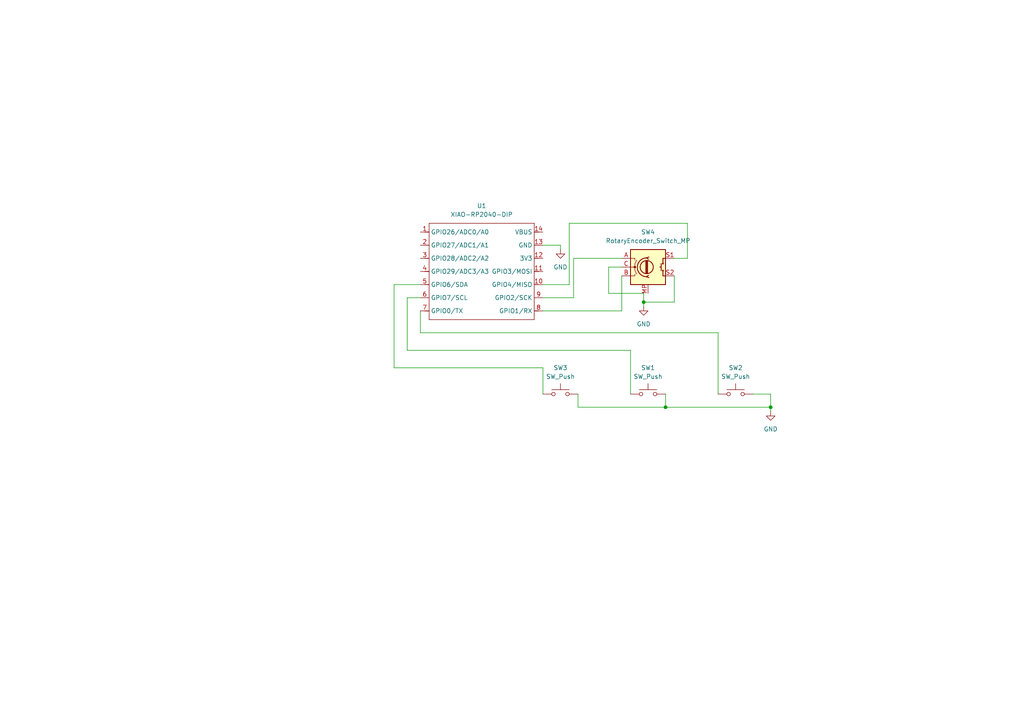
<source format=kicad_sch>
(kicad_sch (version 20250114) (generator "eeschema") (generator_version "9.0")
  (paper "A4")
  (lib_symbols
    (symbol "Device:RotaryEncoder_Switch_MP" (pin_names (offset 0.254) (hide yes))
      (property "Reference" "SW" (at 0 8.89 0))
      (property "Value" "RotaryEncoder_Switch_MP" (at 0 6.35 0))
      (symbol "RotaryEncoder_Switch_MP_0_1"
        (rectangle (start -5.08 5.08) (end 5.08 -5.08) (stroke (width 0.254)) (fill (type background)))
        (polyline (pts (xy -5.08 2.54) (xy -3.81 2.54) (xy -3.81 2.032)))
        (polyline (pts (xy -5.08 0) (xy -3.81 0) (xy -3.81 -1.016) (xy -3.302 -2.032)))
        (polyline (pts (xy -5.08 -2.54) (xy -3.81 -2.54) (xy -3.81 -2.032)))
        (polyline (pts (xy -4.318 0) (xy -3.81 0) (xy -3.81 1.016) (xy -3.302 2.032)))
        (circle (center -3.81 0) (radius 0.254) (fill (type outline)))
        (polyline (pts (xy -0.635 -1.778) (xy -0.635 1.778)) (stroke (width 0.254)))
        (circle (center -0.381 0) (radius 1.905) (stroke (width 0.254)))
        (polyline (pts (xy -0.381 -1.778) (xy -0.381 1.778)) (stroke (width 0.254)))
        (arc (start -0.381 -2.794) (mid -3.0988 -0.0635) (end -0.381 2.667) (stroke (width 0.254)))
        (polyline (pts (xy -0.127 1.778) (xy -0.127 -1.778)) (stroke (width 0.254)))
        (polyline (pts (xy 0.254 2.921) (xy -0.508 2.667) (xy 0.127 2.286)) (stroke (width 0.254)))
        (polyline (pts (xy 0.254 -3.048) (xy -0.508 -2.794) (xy 0.127 -2.413)) (stroke (width 0.254)))
        (polyline (pts (xy 3.81 1.016) (xy 3.81 -1.016)) (stroke (width 0.254)))
        (polyline (pts (xy 3.81 0) (xy 3.429 0)) (stroke (width 0.254)))
        (circle (center 4.318 1.016) (radius 0.127) (stroke (width 0.254)))
        (circle (center 4.318 -1.016) (radius 0.127) (stroke (width 0.254)))
        (polyline (pts (xy 5.08 2.54) (xy 4.318 2.54) (xy 4.318 1.016)) (stroke (width 0.254)))
        (polyline (pts (xy 5.08 -2.54) (xy 4.318 -2.54) (xy 4.318 -1.016)) (stroke (width 0.254)))
      )
      (symbol "RotaryEncoder_Switch_MP_1_1"
        (pin passive line (at -7.62 2.54 0) (length 2.54) (name "A") (number "A"))
        (pin passive line (at -7.62 0 0) (length 2.54) (name "C") (number "C"))
        (pin passive line (at -7.62 -2.54 0) (length 2.54) (name "B") (number "B"))
        (pin passive line (at 0 -7.62 90) (length 2.54) (name "MP") (number "MP"))
        (pin passive line (at 7.62 2.54 180) (length 2.54) (name "S1") (number "S1"))
        (pin passive line (at 7.62 -2.54 180) (length 2.54) (name "S2") (number "S2"))
      )
    )
    (symbol "OPL:XIAO-RP2040-DIP"
      (property "Reference" "U" (at 0 0 0))
      (property "Value" "XIAO-RP2040-DIP" (at 5.334 -1.778 0))
      (symbol "XIAO-RP2040-DIP_1_0"
        (polyline (pts (xy -1.27 -2.54) (xy 29.21 -2.54)) (stroke (width 0.1524)))
        (polyline (pts (xy -1.27 -5.08) (xy -2.54 -5.08)) (stroke (width 0.1524)))
        (polyline (pts (xy -1.27 -5.08) (xy -1.27 -2.54)) (stroke (width 0.1524)))
        (polyline (pts (xy -1.27 -8.89) (xy -2.54 -8.89)) (stroke (width 0.1524)))
        (polyline (pts (xy -1.27 -8.89) (xy -1.27 -5.08)) (stroke (width 0.1524)))
        (polyline (pts (xy -1.27 -12.7) (xy -2.54 -12.7)) (stroke (width 0.1524)))
        (polyline (pts (xy -1.27 -12.7) (xy -1.27 -8.89)) (stroke (width 0.1524)))
        (polyline (pts (xy -1.27 -16.51) (xy -2.54 -16.51)) (stroke (width 0.1524)))
        (polyline (pts (xy -1.27 -16.51) (xy -1.27 -12.7)) (stroke (width 0.1524)))
        (polyline (pts (xy -1.27 -20.32) (xy -2.54 -20.32)) (stroke (width 0.1524)))
        (polyline (pts (xy -1.27 -24.13) (xy -2.54 -24.13)) (stroke (width 0.1524)))
        (polyline (pts (xy -1.27 -27.94) (xy -2.54 -27.94)) (stroke (width 0.1524)))
        (polyline (pts (xy -1.27 -30.48) (xy -1.27 -16.51)) (stroke (width 0.1524)))
        (polyline (pts (xy 29.21 -2.54) (xy 29.21 -5.08)) (stroke (width 0.1524)))
        (polyline (pts (xy 29.21 -5.08) (xy 29.21 -8.89)) (stroke (width 0.1524)))
        (polyline (pts (xy 29.21 -8.89) (xy 29.21 -12.7)) (stroke (width 0.1524)))
        (polyline (pts (xy 29.21 -12.7) (xy 29.21 -30.48)) (stroke (width 0.1524)))
        (polyline (pts (xy 29.21 -30.48) (xy -1.27 -30.48)) (stroke (width 0.1524)))
        (polyline (pts (xy 30.48 -5.08) (xy 29.21 -5.08)) (stroke (width 0.1524)))
        (polyline (pts (xy 30.48 -8.89) (xy 29.21 -8.89)) (stroke (width 0.1524)))
        (polyline (pts (xy 30.48 -12.7) (xy 29.21 -12.7)) (stroke (width 0.1524)))
        (polyline (pts (xy 30.48 -16.51) (xy 29.21 -16.51)) (stroke (width 0.1524)))
        (polyline (pts (xy 30.48 -20.32) (xy 29.21 -20.32)) (stroke (width 0.1524)))
        (polyline (pts (xy 30.48 -24.13) (xy 29.21 -24.13)) (stroke (width 0.1524)))
        (polyline (pts (xy 30.48 -27.94) (xy 29.21 -27.94)) (stroke (width 0.1524)))
        (pin passive line (at -3.81 -5.08 0) (length 2.54) (name "GPIO26/ADC0/A0") (number "1"))
        (pin passive line (at -3.81 -8.89 0) (length 2.54) (name "GPIO27/ADC1/A1") (number "2"))
        (pin passive line (at -3.81 -12.7 0) (length 2.54) (name "GPIO28/ADC2/A2") (number "3"))
        (pin passive line (at -3.81 -16.51 0) (length 2.54) (name "GPIO29/ADC3/A3") (number "4"))
        (pin passive line (at -3.81 -20.32 0) (length 2.54) (name "GPIO6/SDA") (number "5"))
        (pin passive line (at -3.81 -24.13 0) (length 2.54) (name "GPIO7/SCL") (number "6"))
        (pin passive line (at -3.81 -27.94 0) (length 2.54) (name "GPIO0/TX") (number "7"))
        (pin passive line (at 31.75 -5.08 180) (length 2.54) (name "VBUS") (number "14"))
        (pin passive line (at 31.75 -8.89 180) (length 2.54) (name "GND") (number "13"))
        (pin passive line (at 31.75 -12.7 180) (length 2.54) (name "3V3") (number "12"))
        (pin passive line (at 31.75 -16.51 180) (length 2.54) (name "GPIO3/MOSI") (number "11"))
        (pin passive line (at 31.75 -20.32 180) (length 2.54) (name "GPIO4/MISO") (number "10"))
        (pin passive line (at 31.75 -24.13 180) (length 2.54) (name "GPIO2/SCK") (number "9"))
        (pin passive line (at 31.75 -27.94 180) (length 2.54) (name "GPIO1/RX") (number "8"))
      )
    )
    (symbol "Switch:SW_Push" (pin_numbers (hide yes)) (pin_names (offset 1.016) (hide yes))
      (property "Reference" "SW" (at 1.27 2.54 0))
      (property "Value" "SW_Push" (at 0 -1.524 0))
      (symbol "SW_Push_0_1"
        (circle (center -2.032 0) (radius 0.508))
        (polyline (pts (xy 0 1.27) (xy 0 3.048)))
        (circle (center 2.032 0) (radius 0.508))
        (polyline (pts (xy 2.54 1.27) (xy -2.54 1.27)))
        (pin passive line (at -5.08 0 0) (length 2.54) (name "1") (number "1"))
        (pin passive line (at 5.08 0 180) (length 2.54) (name "2") (number "2"))
      )
    )
    (symbol "power:GND" (power) (pin_numbers (hide yes)) (pin_names (offset 0) (hide yes))
      (property "Value" "GND" (at 0 -3.81 0))
      (symbol "GND_0_1"
        (polyline (pts (xy 0 0) (xy 0 -1.27) (xy 1.27 -1.27) (xy 0 -2.54) (xy -1.27 -1.27) (xy 0 -1.27)))
      )
      (symbol "GND_1_1"
        (pin power_in line (at 0 0 270) (length 0) (name "~") (number "1"))
      )
    )
  )
  (junction (at 186.69 87.63))
  (junction (at 193.04 118.11))
  (junction (at 223.52 118.11))
  (wire (pts (xy 176.53 85.09) (xy 186.69 85.09)))
  (wire (pts (xy 182.88 101.6) (xy 182.88 114.3)))
  (wire (pts (xy 118.11 101.6) (xy 182.88 101.6)))
  (wire (pts (xy 193.04 118.11) (xy 223.52 118.11)))
  (wire (pts (xy 199.39 74.93) (xy 195.58 74.93)))
  (wire (pts (xy 157.48 90.17) (xy 180.34 90.17)))
  (wire (pts (xy 199.39 64.77) (xy 199.39 74.93)))
  (wire (pts (xy 114.3 82.55) (xy 114.3 106.68)))
  (wire (pts (xy 157.48 71.12) (xy 162.56 71.12)))
  (wire (pts (xy 121.92 82.55) (xy 114.3 82.55)))
  (wire (pts (xy 223.52 118.11) (xy 223.52 119.38)))
  (wire (pts (xy 157.48 106.68) (xy 157.48 114.3)))
  (wire (pts (xy 195.58 80.01) (xy 195.58 87.63)))
  (wire (pts (xy 167.64 118.11) (xy 193.04 118.11)))
  (wire (pts (xy 157.48 86.36) (xy 166.37 86.36)))
  (wire (pts (xy 180.34 90.17) (xy 180.34 80.01)))
  (wire (pts (xy 121.92 86.36) (xy 118.11 86.36)))
  (wire (pts (xy 114.3 106.68) (xy 157.48 106.68)))
  (wire (pts (xy 208.28 96.52) (xy 208.28 114.3)))
  (wire (pts (xy 195.58 87.63) (xy 186.69 87.63)))
  (wire (pts (xy 118.11 86.36) (xy 118.11 101.6)))
  (wire (pts (xy 157.48 82.55) (xy 165.1 82.55)))
  (wire (pts (xy 162.56 71.12) (xy 162.56 72.39)))
  (wire (pts (xy 223.52 114.3) (xy 223.52 118.11)))
  (wire (pts (xy 180.34 77.47) (xy 176.53 77.47)))
  (wire (pts (xy 186.69 85.09) (xy 186.69 87.63)))
  (wire (pts (xy 186.69 87.63) (xy 186.69 88.9)))
  (wire (pts (xy 193.04 114.3) (xy 193.04 118.11)))
  (wire (pts (xy 167.64 114.3) (xy 167.64 118.11)))
  (wire (pts (xy 166.37 74.93) (xy 180.34 74.93)))
  (wire (pts (xy 166.37 86.36) (xy 166.37 74.93)))
  (wire (pts (xy 218.44 114.3) (xy 223.52 114.3)))
  (wire (pts (xy 121.92 90.17) (xy 121.92 96.52)))
  (wire (pts (xy 165.1 64.77) (xy 199.39 64.77)))
  (wire (pts (xy 176.53 77.47) (xy 176.53 85.09)))
  (wire (pts (xy 121.92 96.52) (xy 208.28 96.52)))
  (wire (pts (xy 165.1 82.55) (xy 165.1 64.77)))
  (symbol (lib_id "Switch:SW_Push") (at 213.36 114.3 0) (unit 1)
    (property "Reference" "SW2" (at 213.36 106.68 0))
    (property "Value" "SW_Push" (at 213.36 109.22 0))
    (property "Footprint" "Button_Switch_Keyboard:SW_Cherry_MX_1.00u_PCB" (effects (hide yes)))
    (property "Description" "Push button switch, generic, two pins" (effects (hide yes)))
  )
  (symbol (lib_id "Switch:SW_Push") (at 162.56 114.3 0) (unit 1)
    (property "Reference" "SW3" (at 162.56 106.68 0))
    (property "Value" "SW_Push" (at 162.56 109.22 0))
    (property "Footprint" "Button_Switch_Keyboard:SW_Cherry_MX_1.00u_PCB" (effects (hide yes)))
    (property "Description" "Push button switch, generic, two pins" (effects (hide yes)))
  )
  (symbol (lib_id "power:GND") (at 186.69 88.9 0) (unit 1)
    (property "Reference" "#PWR02" (effects (hide yes)))
    (property "Value" "GND" (at 186.69 93.98 0))
    (property "Description" "Power symbol creates a global label with name \"GND\" , ground" (effects (hide yes)))
  )
  (symbol (lib_id "Switch:SW_Push") (at 187.96 114.3 0) (unit 1)
    (property "Reference" "SW1" (at 187.96 106.68 0))
    (property "Value" "SW_Push" (at 187.96 109.22 0))
    (property "Footprint" "Button_Switch_Keyboard:SW_Cherry_MX_1.00u_PCB" (effects (hide yes)))
    (property "Description" "Push button switch, generic, two pins" (effects (hide yes)))
  )
  (symbol (lib_id "power:GND") (at 162.56 72.39 0) (unit 1)
    (property "Reference" "#PWR03" (effects (hide yes)))
    (property "Value" "GND" (at 162.56 77.47 0))
    (property "Description" "Power symbol creates a global label with name \"GND\" , ground" (effects (hide yes)))
  )
  (symbol (lib_id "Device:RotaryEncoder_Switch_MP") (at 187.96 77.47 0) (unit 1)
    (property "Reference" "SW4" (at 187.96 67.31 0))
    (property "Value" "RotaryEncoder_Switch_MP" (at 187.96 69.85 0))
    (property "Footprint" "Rotary_Encoder:RotaryEncoder_Alps_EC11E-Switch_Vertical_H20mm_MountingHoles" (effects (hide yes)))
    (property "Description" "Rotary encoder, dual channel, incremental quadrate outputs, with switch and MP Pin" (effects (hide yes)))
  )
  (symbol (lib_id "OPL:XIAO-RP2040-DIP") (at 125.73 62.23 0) (unit 1)
    (property "Reference" "U1" (at 139.7 59.69 0))
    (property "Value" "XIAO-RP2040-DIP" (at 139.7 62.23 0))
    (property "Footprint" "OPL:XIAO-RP2040-DIP" (effects (hide yes)))
  )
  (symbol (lib_id "power:GND") (at 223.52 119.38 0) (unit 1)
    (property "Reference" "#PWR01" (effects (hide yes)))
    (property "Value" "GND" (at 223.52 124.46 0))
    (property "Description" "Power symbol creates a global label with name \"GND\" , ground" (effects (hide yes)))
  )
)
</source>
